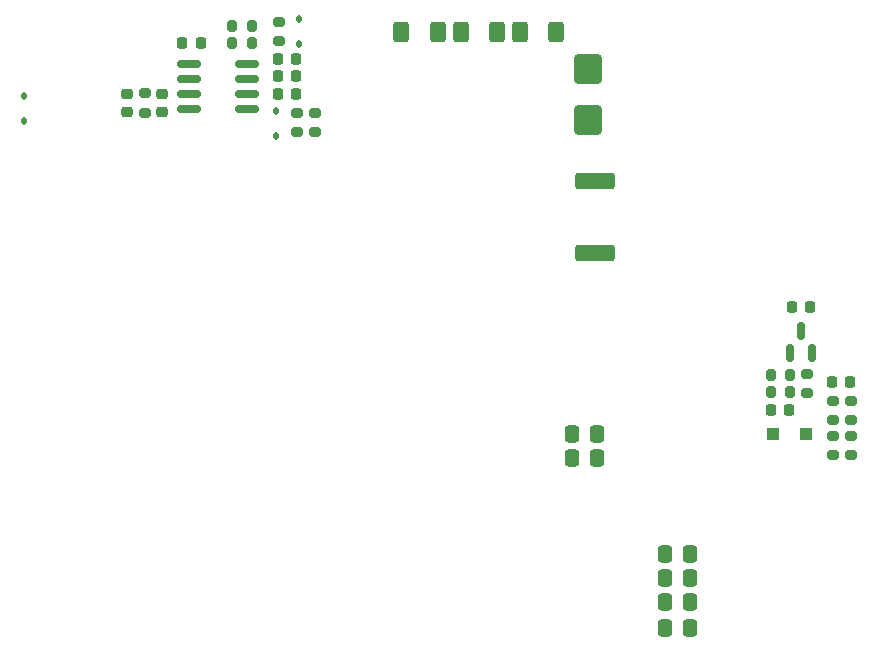
<source format=gbr>
%TF.GenerationSoftware,KiCad,Pcbnew,7.99.0-3539-g7abe2e3ea0*%
%TF.CreationDate,2023-11-11T19:40:51+01:00*%
%TF.ProjectId,ACDC150V24,41434443-3135-4305-9632-342e6b696361,rev?*%
%TF.SameCoordinates,Original*%
%TF.FileFunction,Paste,Top*%
%TF.FilePolarity,Positive*%
%FSLAX46Y46*%
G04 Gerber Fmt 4.6, Leading zero omitted, Abs format (unit mm)*
G04 Created by KiCad (PCBNEW 7.99.0-3539-g7abe2e3ea0) date 2023-11-11 19:40:51*
%MOMM*%
%LPD*%
G01*
G04 APERTURE LIST*
G04 Aperture macros list*
%AMRoundRect*
0 Rectangle with rounded corners*
0 $1 Rounding radius*
0 $2 $3 $4 $5 $6 $7 $8 $9 X,Y pos of 4 corners*
0 Add a 4 corners polygon primitive as box body*
4,1,4,$2,$3,$4,$5,$6,$7,$8,$9,$2,$3,0*
0 Add four circle primitives for the rounded corners*
1,1,$1+$1,$2,$3*
1,1,$1+$1,$4,$5*
1,1,$1+$1,$6,$7*
1,1,$1+$1,$8,$9*
0 Add four rect primitives between the rounded corners*
20,1,$1+$1,$2,$3,$4,$5,0*
20,1,$1+$1,$4,$5,$6,$7,0*
20,1,$1+$1,$6,$7,$8,$9,0*
20,1,$1+$1,$8,$9,$2,$3,0*%
G04 Aperture macros list end*
%ADD10RoundRect,0.200000X-0.275000X0.200000X-0.275000X-0.200000X0.275000X-0.200000X0.275000X0.200000X0*%
%ADD11RoundRect,0.200000X-0.200000X-0.275000X0.200000X-0.275000X0.200000X0.275000X-0.200000X0.275000X0*%
%ADD12RoundRect,0.200000X0.275000X-0.200000X0.275000X0.200000X-0.275000X0.200000X-0.275000X-0.200000X0*%
%ADD13RoundRect,0.250000X-0.400000X-0.625000X0.400000X-0.625000X0.400000X0.625000X-0.400000X0.625000X0*%
%ADD14RoundRect,0.250000X-0.337500X-0.475000X0.337500X-0.475000X0.337500X0.475000X-0.337500X0.475000X0*%
%ADD15RoundRect,0.225000X-0.250000X0.225000X-0.250000X-0.225000X0.250000X-0.225000X0.250000X0.225000X0*%
%ADD16RoundRect,0.225000X-0.225000X-0.250000X0.225000X-0.250000X0.225000X0.250000X-0.225000X0.250000X0*%
%ADD17RoundRect,0.250000X0.337500X0.475000X-0.337500X0.475000X-0.337500X-0.475000X0.337500X-0.475000X0*%
%ADD18RoundRect,0.225000X0.250000X-0.225000X0.250000X0.225000X-0.250000X0.225000X-0.250000X-0.225000X0*%
%ADD19RoundRect,0.112500X-0.112500X0.187500X-0.112500X-0.187500X0.112500X-0.187500X0.112500X0.187500X0*%
%ADD20RoundRect,0.249999X1.425001X-0.450001X1.425001X0.450001X-1.425001X0.450001X-1.425001X-0.450001X0*%
%ADD21RoundRect,0.150000X0.150000X-0.587500X0.150000X0.587500X-0.150000X0.587500X-0.150000X-0.587500X0*%
%ADD22RoundRect,0.200000X0.200000X0.275000X-0.200000X0.275000X-0.200000X-0.275000X0.200000X-0.275000X0*%
%ADD23RoundRect,0.250000X0.300000X0.300000X-0.300000X0.300000X-0.300000X-0.300000X0.300000X-0.300000X0*%
%ADD24RoundRect,0.225000X0.225000X0.250000X-0.225000X0.250000X-0.225000X-0.250000X0.225000X-0.250000X0*%
%ADD25RoundRect,0.250000X-0.900000X1.000000X-0.900000X-1.000000X0.900000X-1.000000X0.900000X1.000000X0*%
%ADD26RoundRect,0.150000X-0.825000X-0.150000X0.825000X-0.150000X0.825000X0.150000X-0.825000X0.150000X0*%
G04 APERTURE END LIST*
D10*
%TO.C,R14*%
X80000000Y27825000D03*
X80000000Y26175000D03*
%TD*%
%TO.C,R19*%
X81500000Y30797000D03*
X81500000Y29147000D03*
%TD*%
D11*
%TO.C,R11*%
X74675000Y31500000D03*
X76325000Y31500000D03*
%TD*%
D12*
%TO.C,R16*%
X80000000Y29147000D03*
X80000000Y30797000D03*
%TD*%
D13*
%TO.C,R5*%
X53450000Y62000000D03*
X56550000Y62000000D03*
%TD*%
D14*
%TO.C,C16*%
X65764500Y17801500D03*
X67839500Y17801500D03*
%TD*%
D15*
%TO.C,C2*%
X23175000Y56775000D03*
X23175000Y55225000D03*
%TD*%
D16*
%TO.C,C4*%
X32975000Y58250000D03*
X34525000Y58250000D03*
%TD*%
D17*
%TO.C,C19*%
X67839500Y13716000D03*
X65764500Y13716000D03*
%TD*%
D18*
%TO.C,C10*%
X20200000Y55225000D03*
X20200000Y56775000D03*
%TD*%
D12*
%TO.C,R1*%
X34544000Y53531000D03*
X34544000Y55181000D03*
%TD*%
D16*
%TO.C,C5*%
X32950000Y59750000D03*
X34500000Y59750000D03*
%TD*%
D19*
%TO.C,D3*%
X11430000Y56549000D03*
X11430000Y54449000D03*
%TD*%
D20*
%TO.C,R4*%
X59817000Y43305000D03*
X59817000Y49405000D03*
%TD*%
D19*
%TO.C,D2*%
X34775500Y63130500D03*
X34775500Y61030500D03*
%TD*%
D17*
%TO.C,C26*%
X59965500Y27940000D03*
X57890500Y27940000D03*
%TD*%
D21*
%TO.C,U3*%
X76300000Y34812500D03*
X78200000Y34812500D03*
X77250000Y36687500D03*
%TD*%
D16*
%TO.C,C13*%
X76475000Y38750000D03*
X78025000Y38750000D03*
%TD*%
D13*
%TO.C,R7*%
X43400000Y62000000D03*
X46500000Y62000000D03*
%TD*%
D14*
%TO.C,C25*%
X57890500Y25908000D03*
X59965500Y25908000D03*
%TD*%
D16*
%TO.C,C1*%
X24875000Y61060000D03*
X26425000Y61060000D03*
%TD*%
D10*
%TO.C,R15*%
X81500000Y27825000D03*
X81500000Y26175000D03*
%TD*%
D12*
%TO.C,R2*%
X21700000Y55175000D03*
X21700000Y56825000D03*
%TD*%
D16*
%TO.C,C14*%
X79870000Y32385000D03*
X81420000Y32385000D03*
%TD*%
D13*
%TO.C,R6*%
X48450000Y62000000D03*
X51550000Y62000000D03*
%TD*%
D14*
%TO.C,C18*%
X65764500Y11557000D03*
X67839500Y11557000D03*
%TD*%
D12*
%TO.C,R3*%
X36068000Y53531000D03*
X36068000Y55181000D03*
%TD*%
D22*
%TO.C,R10*%
X30750000Y61060000D03*
X29100000Y61060000D03*
%TD*%
D23*
%TO.C,D4*%
X77650000Y28000000D03*
X74850000Y28000000D03*
%TD*%
D24*
%TO.C,C12*%
X76275000Y30000000D03*
X74725000Y30000000D03*
%TD*%
D22*
%TO.C,R12*%
X76325000Y33000000D03*
X74675000Y33000000D03*
%TD*%
D10*
%TO.C,R8*%
X33020000Y62865000D03*
X33020000Y61215000D03*
%TD*%
D22*
%TO.C,R9*%
X30750000Y62560000D03*
X29100000Y62560000D03*
%TD*%
D16*
%TO.C,C3*%
X32975000Y56750000D03*
X34525000Y56750000D03*
%TD*%
D17*
%TO.C,C17*%
X67839500Y15748000D03*
X65764500Y15748000D03*
%TD*%
D12*
%TO.C,R13*%
X77724000Y31433000D03*
X77724000Y33083000D03*
%TD*%
D25*
%TO.C,D6*%
X59250000Y58900000D03*
X59250000Y54600000D03*
%TD*%
D19*
%TO.C,D1*%
X32766000Y55279000D03*
X32766000Y53179000D03*
%TD*%
D26*
%TO.C,U1*%
X25400000Y59310000D03*
X25400000Y58040000D03*
X25400000Y56770000D03*
X25400000Y55500000D03*
X30350000Y55500000D03*
X30350000Y56770000D03*
X30350000Y58040000D03*
X30350000Y59310000D03*
%TD*%
M02*

</source>
